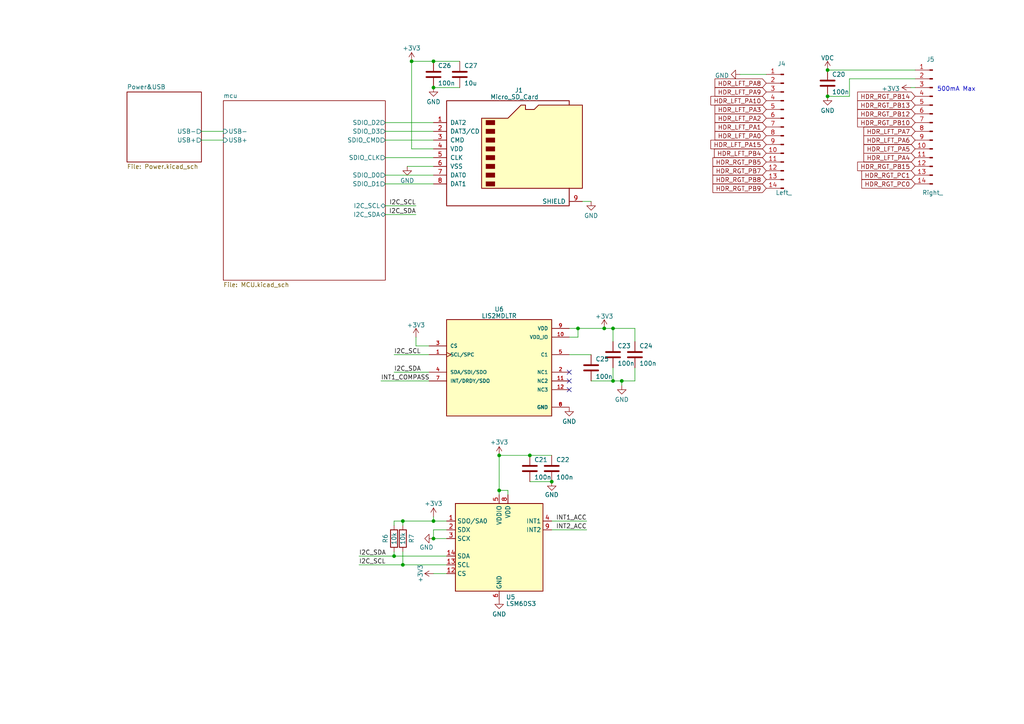
<source format=kicad_sch>
(kicad_sch (version 20230121) (generator eeschema)
  (paper "A4")
  (lib_symbols
    (symbol "AREA_composant:LIS2MDLTR" (pin_names (offset 1.016))
      (property "Reference" "U" (at -15.24 13.97 0))
      (property "Value" "LIS2MDLTR" (at -15.24 -17.78 0))
      (symbol "LIS2MDLTR_0_0"
        (rectangle (start -15.24 -15.24) (end 15.24 12.7) (stroke (width 0.254)) (fill (type background)))
        (pin input clock (at -20.32 2.54 0) (length 5.08) (name "SCL/SPC") (number "1"))
        (pin power_in line (at 20.32 7.62 180) (length 5.08) (name "VDD_IO") (number "10"))
        (pin passive line (at 20.32 -5.08 180) (length 5.08) (name "NC2") (number "11"))
        (pin passive line (at 20.32 -7.62 180) (length 5.08) (name "NC3") (number "12"))
        (pin passive line (at 20.32 -2.54 180) (length 5.08) (name "NC1") (number "2"))
        (pin input line (at -20.32 5.08 0) (length 5.08) (name "CS") (number "3"))
        (pin bidirectional line (at -20.32 -2.54 0) (length 5.08) (name "SDA/SDI/SDO") (number "4"))
        (pin passive line (at 20.32 2.54 180) (length 5.08) (name "C1") (number "5"))
        (pin power_in line (at 20.32 -12.7 180) (length 5.08) (name "GND") (number "6"))
        (pin bidirectional line (at -20.32 -5.08 0) (length 5.08) (name "INT/DRDY/SDO") (number "7"))
        (pin power_in line (at 20.32 -12.7 180) (length 5.08) (name "GND") (number "8"))
        (pin power_in line (at 20.32 10.16 180) (length 5.08) (name "VDD") (number "9"))
      )
    )
    (symbol "Connector:Conn_01x14_Pin" (pin_names (offset 1.016) hide)
      (property "Reference" "J" (at 0 17.78 0))
      (property "Value" "Conn_01x14_Pin" (at 0 -20.32 0))
      (symbol "Conn_01x14_Pin_1_1"
        (polyline (pts (xy 1.27 -17.78) (xy 0.8636 -17.78)) (stroke (width 0.1524)))
        (polyline (pts (xy 1.27 -15.24) (xy 0.8636 -15.24)) (stroke (width 0.1524)))
        (polyline (pts (xy 1.27 -12.7) (xy 0.8636 -12.7)) (stroke (width 0.1524)))
        (polyline (pts (xy 1.27 -10.16) (xy 0.8636 -10.16)) (stroke (width 0.1524)))
        (polyline (pts (xy 1.27 -7.62) (xy 0.8636 -7.62)) (stroke (width 0.1524)))
        (polyline (pts (xy 1.27 -5.08) (xy 0.8636 -5.08)) (stroke (width 0.1524)))
        (polyline (pts (xy 1.27 -2.54) (xy 0.8636 -2.54)) (stroke (width 0.1524)))
        (polyline (pts (xy 1.27 0) (xy 0.8636 0)) (stroke (width 0.1524)))
        (polyline (pts (xy 1.27 2.54) (xy 0.8636 2.54)) (stroke (width 0.1524)))
        (polyline (pts (xy 1.27 5.08) (xy 0.8636 5.08)) (stroke (width 0.1524)))
        (polyline (pts (xy 1.27 7.62) (xy 0.8636 7.62)) (stroke (width 0.1524)))
        (polyline (pts (xy 1.27 10.16) (xy 0.8636 10.16)) (stroke (width 0.1524)))
        (polyline (pts (xy 1.27 12.7) (xy 0.8636 12.7)) (stroke (width 0.1524)))
        (polyline (pts (xy 1.27 15.24) (xy 0.8636 15.24)) (stroke (width 0.1524)))
        (rectangle (start 0.8636 -17.653) (end 0 -17.907) (stroke (width 0.1524)) (fill (type outline)))
        (rectangle (start 0.8636 -15.113) (end 0 -15.367) (stroke (width 0.1524)) (fill (type outline)))
        (rectangle (start 0.8636 -12.573) (end 0 -12.827) (stroke (width 0.1524)) (fill (type outline)))
        (rectangle (start 0.8636 -10.033) (end 0 -10.287) (stroke (width 0.1524)) (fill (type outline)))
        (rectangle (start 0.8636 -7.493) (end 0 -7.747) (stroke (width 0.1524)) (fill (type outline)))
        (rectangle (start 0.8636 -4.953) (end 0 -5.207) (stroke (width 0.1524)) (fill (type outline)))
        (rectangle (start 0.8636 -2.413) (end 0 -2.667) (stroke (width 0.1524)) (fill (type outline)))
        (rectangle (start 0.8636 0.127) (end 0 -0.127) (stroke (width 0.1524)) (fill (type outline)))
        (rectangle (start 0.8636 2.667) (end 0 2.413) (stroke (width 0.1524)) (fill (type outline)))
        (rectangle (start 0.8636 5.207) (end 0 4.953) (stroke (width 0.1524)) (fill (type outline)))
        (rectangle (start 0.8636 7.747) (end 0 7.493) (stroke (width 0.1524)) (fill (type outline)))
        (rectangle (start 0.8636 10.287) (end 0 10.033) (stroke (width 0.1524)) (fill (type outline)))
        (rectangle (start 0.8636 12.827) (end 0 12.573) (stroke (width 0.1524)) (fill (type outline)))
        (rectangle (start 0.8636 15.367) (end 0 15.113) (stroke (width 0.1524)) (fill (type outline)))
        (pin passive line (at 5.08 15.24 180) (length 3.81) (name "Pin_1") (number "1"))
        (pin passive line (at 5.08 -7.62 180) (length 3.81) (name "Pin_10") (number "10"))
        (pin passive line (at 5.08 -10.16 180) (length 3.81) (name "Pin_11") (number "11"))
        (pin passive line (at 5.08 -12.7 180) (length 3.81) (name "Pin_12") (number "12"))
        (pin passive line (at 5.08 -15.24 180) (length 3.81) (name "Pin_13") (number "13"))
        (pin passive line (at 5.08 -17.78 180) (length 3.81) (name "Pin_14") (number "14"))
        (pin passive line (at 5.08 12.7 180) (length 3.81) (name "Pin_2") (number "2"))
        (pin passive line (at 5.08 10.16 180) (length 3.81) (name "Pin_3") (number "3"))
        (pin passive line (at 5.08 7.62 180) (length 3.81) (name "Pin_4") (number "4"))
        (pin passive line (at 5.08 5.08 180) (length 3.81) (name "Pin_5") (number "5"))
        (pin passive line (at 5.08 2.54 180) (length 3.81) (name "Pin_6") (number "6"))
        (pin passive line (at 5.08 0 180) (length 3.81) (name "Pin_7") (number "7"))
        (pin passive line (at 5.08 -2.54 180) (length 3.81) (name "Pin_8") (number "8"))
        (pin passive line (at 5.08 -5.08 180) (length 3.81) (name "Pin_9") (number "9"))
      )
    )
    (symbol "Connector:Micro_SD_Card" (pin_names (offset 1.016))
      (property "Reference" "J" (at -16.51 15.24 0))
      (property "Value" "Micro_SD_Card" (at 16.51 15.24 0))
      (symbol "Micro_SD_Card_0_1"
        (rectangle (start -7.62 -9.525) (end -5.08 -10.795) (fill (type outline)))
        (rectangle (start -7.62 -6.985) (end -5.08 -8.255) (fill (type outline)))
        (rectangle (start -7.62 -4.445) (end -5.08 -5.715) (fill (type outline)))
        (rectangle (start -7.62 -1.905) (end -5.08 -3.175) (fill (type outline)))
        (rectangle (start -7.62 0.635) (end -5.08 -0.635) (fill (type outline)))
        (rectangle (start -7.62 3.175) (end -5.08 1.905) (fill (type outline)))
        (rectangle (start -7.62 5.715) (end -5.08 4.445) (fill (type outline)))
        (rectangle (start -7.62 8.255) (end -5.08 6.985) (fill (type outline)))
        (polyline (pts (xy 16.51 12.7) (xy 16.51 13.97) (xy -19.05 13.97) (xy -19.05 -16.51) (xy 16.51 -16.51) (xy 16.51 -11.43)) (stroke (width 0.254)))
        (polyline (pts (xy -8.89 -11.43) (xy -8.89 8.89) (xy -1.27 8.89) (xy 2.54 12.7) (xy 3.81 12.7) (xy 3.81 11.43) (xy 6.35 11.43) (xy 7.62 12.7) (xy 20.32 12.7) (xy 20.32 -11.43) (xy -8.89 -11.43)) (stroke (width 0.254)) (fill (type background)))
      )
      (symbol "Micro_SD_Card_1_1"
        (pin bidirectional line (at -22.86 7.62 0) (length 3.81) (name "DAT2") (number "1"))
        (pin bidirectional line (at -22.86 5.08 0) (length 3.81) (name "DAT3/CD") (number "2"))
        (pin input line (at -22.86 2.54 0) (length 3.81) (name "CMD") (number "3"))
        (pin power_in line (at -22.86 0 0) (length 3.81) (name "VDD") (number "4"))
        (pin input line (at -22.86 -2.54 0) (length 3.81) (name "CLK") (number "5"))
        (pin power_in line (at -22.86 -5.08 0) (length 3.81) (name "VSS") (number "6"))
        (pin bidirectional line (at -22.86 -7.62 0) (length 3.81) (name "DAT0") (number "7"))
        (pin bidirectional line (at -22.86 -10.16 0) (length 3.81) (name "DAT1") (number "8"))
        (pin passive line (at 20.32 -15.24 180) (length 3.81) (name "SHIELD") (number "9"))
      )
    )
    (symbol "Device:C" (pin_numbers hide) (pin_names (offset 0.254))
      (property "Reference" "C" (at 0.635 2.54 0))
      (property "Value" "C" (at 0.635 -2.54 0))
      (symbol "C_0_1"
        (polyline (pts (xy -2.032 -0.762) (xy 2.032 -0.762)) (stroke (width 0.508)))
        (polyline (pts (xy -2.032 0.762) (xy 2.032 0.762)) (stroke (width 0.508)))
      )
      (symbol "C_1_1"
        (pin passive line (at 0 3.81 270) (length 2.794) (name "~") (number "1"))
        (pin passive line (at 0 -3.81 90) (length 2.794) (name "~") (number "2"))
      )
    )
    (symbol "Device:R" (pin_numbers hide) (pin_names (offset 0))
      (property "Reference" "R" (at 2.032 0 90))
      (property "Value" "R" (at 0 0 90))
      (symbol "R_0_1"
        (rectangle (start -1.016 -2.54) (end 1.016 2.54) (stroke (width 0.254)))
      )
      (symbol "R_1_1"
        (pin passive line (at 0 3.81 270) (length 1.27) (name "~") (number "1"))
        (pin passive line (at 0 -3.81 90) (length 1.27) (name "~") (number "2"))
      )
    )
    (symbol "Sensor_Motion:LSM6DS3"
      (property "Reference" "U" (at -11.43 15.24 0))
      (property "Value" "LSM6DS3" (at -11.43 12.7 0))
      (symbol "LSM6DS3_0_1"
        (rectangle (start -12.7 12.7) (end 12.7 -12.7) (stroke (width 0.254)) (fill (type background)))
      )
      (symbol "LSM6DS3_1_1"
        (pin bidirectional line (at -15.24 7.62 0) (length 2.54) (name "SDO/SA0") (number "1"))
        (pin no_connect line (at 12.7 -5.08 180) (length 3.81) hide (name "NC") (number "10"))
        (pin no_connect line (at 12.7 -2.54 180) (length 3.81) hide (name "NC") (number "11"))
        (pin input line (at -15.24 -7.62 0) (length 2.54) (name "CS") (number "12"))
        (pin input line (at -15.24 -5.08 0) (length 2.54) (name "SCL") (number "13"))
        (pin bidirectional line (at -15.24 -2.54 0) (length 2.54) (name "SDA") (number "14"))
        (pin bidirectional line (at -15.24 5.08 0) (length 2.54) (name "SDX") (number "2"))
        (pin input line (at -15.24 2.54 0) (length 2.54) (name "SCX") (number "3"))
        (pin output line (at 15.24 7.62 180) (length 2.54) (name "INT1") (number "4"))
        (pin power_in line (at 0 15.24 270) (length 2.54) (name "VDDIO") (number "5"))
        (pin power_in line (at 0 -15.24 90) (length 2.54) (name "GND") (number "6"))
        (pin passive line (at 0 -15.24 90) (length 2.54) hide (name "GND") (number "7"))
        (pin power_in line (at 2.54 15.24 270) (length 2.54) (name "VDD") (number "8"))
        (pin output line (at 15.24 5.08 180) (length 2.54) (name "INT2") (number "9"))
      )
    )
    (symbol "power:+3V3" (power) (pin_names (offset 0))
      (property "Value" "+3V3" (at 0 3.556 0))
      (symbol "+3V3_0_1"
        (polyline (pts (xy -0.762 1.27) (xy 0 2.54)))
        (polyline (pts (xy 0 0) (xy 0 2.54)))
        (polyline (pts (xy 0 2.54) (xy 0.762 1.27)))
      )
      (symbol "+3V3_1_1"
        (pin power_in line (at 0 0 90) (length 0) hide (name "+3V3") (number "1"))
      )
    )
    (symbol "power:GND" (power) (pin_names (offset 0))
      (property "Value" "GND" (at 0 -3.81 0))
      (symbol "GND_0_1"
        (polyline (pts (xy 0 0) (xy 0 -1.27) (xy 1.27 -1.27) (xy 0 -2.54) (xy -1.27 -1.27) (xy 0 -1.27)))
      )
      (symbol "GND_1_1"
        (pin power_in line (at 0 0 270) (length 0) hide (name "GND") (number "1"))
      )
    )
    (symbol "power:VDC" (power) (pin_names (offset 0))
      (property "Value" "VDC" (at 0 6.35 0))
      (symbol "VDC_0_1"
        (polyline (pts (xy -0.762 1.27) (xy 0 2.54)))
        (polyline (pts (xy 0 0) (xy 0 2.54)))
        (polyline (pts (xy 0 2.54) (xy 0.762 1.27)))
      )
      (symbol "VDC_1_1"
        (pin power_in line (at 0 0 90) (length 0) hide (name "VDC") (number "1"))
      )
    )
  )
  (junction (at 177.8 110.49))
  (junction (at 116.84 163.83))
  (junction (at 240.03 27.94))
  (junction (at 180.34 110.49))
  (junction (at 116.84 151.13))
  (junction (at 175.26 95.25))
  (junction (at 114.3 161.29))
  (junction (at 160.02 139.7))
  (junction (at 144.78 142.24))
  (junction (at 125.73 151.13))
  (junction (at 167.64 95.25))
  (junction (at 144.78 132.08))
  (junction (at 125.73 25.4))
  (junction (at 177.8 95.25))
  (junction (at 125.73 156.21))
  (junction (at 119.38 17.78))
  (junction (at 125.73 17.78))
  (junction (at 153.67 132.08))
  (junction (at 240.03 20.32))
  (no_connect (at 165.1 107.95))
  (no_connect (at 165.1 110.49))
  (no_connect (at 165.1 113.03))
  (wire (pts (xy 111.76 35.56) (xy 125.73 35.56)))
  (wire (pts (xy 184.15 95.25) (xy 177.8 95.25)))
  (wire (pts (xy 168.91 58.42) (xy 171.45 58.42)))
  (wire (pts (xy 246.38 22.86) (xy 246.38 27.94)))
  (wire (pts (xy 153.67 132.08) (xy 160.02 132.08)))
  (wire (pts (xy 129.54 156.21) (xy 125.73 156.21)))
  (wire (pts (xy 180.34 110.49) (xy 184.15 110.49)))
  (wire (pts (xy 111.76 45.72) (xy 125.73 45.72)))
  (wire (pts (xy 165.1 102.87) (xy 171.45 102.87)))
  (wire (pts (xy 104.14 163.83) (xy 116.84 163.83)))
  (wire (pts (xy 167.64 95.25) (xy 175.26 95.25)))
  (wire (pts (xy 184.15 99.06) (xy 184.15 95.25)))
  (wire (pts (xy 125.73 153.67) (xy 129.54 153.67)))
  (wire (pts (xy 240.03 20.32) (xy 265.43 20.32)))
  (wire (pts (xy 114.3 160.02) (xy 114.3 161.29)))
  (wire (pts (xy 111.76 62.23) (xy 120.65 62.23)))
  (wire (pts (xy 125.73 149.86) (xy 125.73 151.13)))
  (wire (pts (xy 153.67 139.7) (xy 160.02 139.7)))
  (wire (pts (xy 147.32 142.24) (xy 144.78 142.24)))
  (wire (pts (xy 114.3 107.95) (xy 124.46 107.95)))
  (wire (pts (xy 120.65 97.79) (xy 120.65 100.33)))
  (wire (pts (xy 125.73 17.78) (xy 133.35 17.78)))
  (wire (pts (xy 119.38 17.78) (xy 119.38 43.18)))
  (wire (pts (xy 125.73 25.4) (xy 133.35 25.4)))
  (wire (pts (xy 180.34 111.76) (xy 180.34 110.49)))
  (wire (pts (xy 114.3 102.87) (xy 124.46 102.87)))
  (wire (pts (xy 171.45 110.49) (xy 177.8 110.49)))
  (wire (pts (xy 147.32 143.51) (xy 147.32 142.24)))
  (wire (pts (xy 177.8 95.25) (xy 175.26 95.25)))
  (wire (pts (xy 222.25 21.59) (xy 214.63 21.59)))
  (wire (pts (xy 184.15 110.49) (xy 184.15 106.68)))
  (wire (pts (xy 119.38 17.78) (xy 125.73 17.78)))
  (wire (pts (xy 165.1 95.25) (xy 167.64 95.25)))
  (wire (pts (xy 116.84 151.13) (xy 125.73 151.13)))
  (wire (pts (xy 114.3 151.13) (xy 116.84 151.13)))
  (wire (pts (xy 116.84 160.02) (xy 116.84 163.83)))
  (wire (pts (xy 58.42 40.64) (xy 64.77 40.64)))
  (wire (pts (xy 165.1 97.79) (xy 167.64 97.79)))
  (wire (pts (xy 111.76 40.64) (xy 125.73 40.64)))
  (wire (pts (xy 177.8 110.49) (xy 177.8 106.68)))
  (wire (pts (xy 125.73 166.37) (xy 129.54 166.37)))
  (wire (pts (xy 125.73 153.67) (xy 125.73 156.21)))
  (wire (pts (xy 116.84 152.4) (xy 116.84 151.13)))
  (wire (pts (xy 144.78 132.08) (xy 144.78 142.24)))
  (wire (pts (xy 125.73 43.18) (xy 119.38 43.18)))
  (wire (pts (xy 167.64 97.79) (xy 167.64 95.25)))
  (wire (pts (xy 116.84 163.83) (xy 129.54 163.83)))
  (wire (pts (xy 114.3 161.29) (xy 129.54 161.29)))
  (wire (pts (xy 58.42 38.1) (xy 64.77 38.1)))
  (wire (pts (xy 177.8 95.25) (xy 177.8 99.06)))
  (wire (pts (xy 124.46 110.49) (xy 110.49 110.49)))
  (wire (pts (xy 144.78 132.08) (xy 153.67 132.08)))
  (wire (pts (xy 111.76 38.1) (xy 125.73 38.1)))
  (wire (pts (xy 246.38 27.94) (xy 240.03 27.94)))
  (wire (pts (xy 124.46 100.33) (xy 120.65 100.33)))
  (wire (pts (xy 144.78 142.24) (xy 144.78 143.51)))
  (wire (pts (xy 118.11 48.26) (xy 125.73 48.26)))
  (wire (pts (xy 104.14 161.29) (xy 114.3 161.29)))
  (wire (pts (xy 114.3 152.4) (xy 114.3 151.13)))
  (wire (pts (xy 177.8 110.49) (xy 180.34 110.49)))
  (wire (pts (xy 264.16 25.4) (xy 265.43 25.4)))
  (wire (pts (xy 111.76 50.8) (xy 125.73 50.8)))
  (wire (pts (xy 111.76 59.69) (xy 120.65 59.69)))
  (wire (pts (xy 246.38 22.86) (xy 265.43 22.86)))
  (wire (pts (xy 129.54 151.13) (xy 125.73 151.13)))
  (wire (pts (xy 111.76 53.34) (xy 125.73 53.34)))
  (wire (pts (xy 160.02 153.67) (xy 170.18 153.67)))
  (wire (pts (xy 160.02 151.13) (xy 170.18 151.13)))
  (text "500mA Max" (at 271.78 26.67 0) (effects (font (size 1.27 1.27)) (justify left bottom)))
  (label "I2C_SCL" (at 104.14 163.83 0))
  (label "I2C_SCL" (at 120.65 59.69 180))
  (label "I2C_SDA" (at 114.3 107.95 0))
  (label "I2C_SDA" (at 120.65 62.23 180))
  (label "I2C_SCL" (at 114.3 102.87 0))
  (label "INT1_COMPASS" (at 110.49 110.49 0))
  (label "INT1_ACC" (at 170.18 151.13 180))
  (label "INT2_ACC" (at 170.18 153.67 180))
  (label "I2C_SDA" (at 104.14 161.29 0))
  (global_label "HDR_LFT_PA15" (shape input) (at 222.25 41.91 180) (property "Intersheetrefs" "${INTERSHEET_REFS}" (effects hide)))
  (global_label "HDR_RGT_PB12" (shape input) (at 265.43 33.02 180) (property "Intersheetrefs" "${INTERSHEET_REFS}" (effects hide)))
  (global_label "HDR_LFT_PB4" (shape input) (at 222.25 44.45 180) (property "Intersheetrefs" "${INTERSHEET_REFS}" (effects hide)))
  (global_label "HDR_RGT_PB7" (shape input) (at 222.25 49.53 180) (property "Intersheetrefs" "${INTERSHEET_REFS}" (effects hide)))
  (global_label "HDR_LFT_PA6" (shape input) (at 265.43 40.64 180) (property "Intersheetrefs" "${INTERSHEET_REFS}" (effects hide)))
  (global_label "HDR_RGT_PB5" (shape input) (at 222.25 46.99 180) (property "Intersheetrefs" "${INTERSHEET_REFS}" (effects hide)))
  (global_label "HDR_LFT_PA9" (shape input) (at 222.25 26.67 180) (property "Intersheetrefs" "${INTERSHEET_REFS}" (effects hide)))
  (global_label "HDR_RGT_PC0" (shape input) (at 265.43 53.34 180) (property "Intersheetrefs" "${INTERSHEET_REFS}" (effects hide)))
  (global_label "HDR_RGT_PC1" (shape input) (at 265.43 50.8 180) (property "Intersheetrefs" "${INTERSHEET_REFS}" (effects hide)))
  (global_label "HDR_LFT_PA4" (shape input) (at 265.43 45.72 180) (property "Intersheetrefs" "${INTERSHEET_REFS}" (effects hide)))
  (global_label "HDR_LFT_PA8" (shape input) (at 222.25 24.13 180) (property "Intersheetrefs" "${INTERSHEET_REFS}" (effects hide)))
  (global_label "HDR_RGT_PB13" (shape input) (at 265.43 30.48 180) (property "Intersheetrefs" "${INTERSHEET_REFS}" (effects hide)))
  (global_label "HDR_LFT_PA7" (shape input) (at 265.43 38.1 180) (property "Intersheetrefs" "${INTERSHEET_REFS}" (effects hide)))
  (global_label "HDR_RGT_PB15" (shape input) (at 265.43 48.26 180) (property "Intersheetrefs" "${INTERSHEET_REFS}" (effects hide)))
  (global_label "HDR_LFT_PA10" (shape input) (at 222.25 29.21 180) (property "Intersheetrefs" "${INTERSHEET_REFS}" (effects hide)))
  (global_label "HDR_LFT_PA1" (shape input) (at 222.25 36.83 180) (property "Intersheetrefs" "${INTERSHEET_REFS}" (effects hide)))
  (global_label "HDR_RGT_PB9" (shape input) (at 222.25 54.61 180) (property "Intersheetrefs" "${INTERSHEET_REFS}" (effects hide)))
  (global_label "HDR_LFT_PA3" (shape input) (at 222.25 31.75 180) (property "Intersheetrefs" "${INTERSHEET_REFS}" (effects hide)))
  (global_label "HDR_LFT_PA2" (shape input) (at 222.25 34.29 180) (property "Intersheetrefs" "${INTERSHEET_REFS}" (effects hide)))
  (global_label "HDR_LFT_PA0" (shape input) (at 222.25 39.37 180) (property "Intersheetrefs" "${INTERSHEET_REFS}" (effects hide)))
  (global_label "HDR_RGT_PB10" (shape input) (at 265.43 35.56 180) (property "Intersheetrefs" "${INTERSHEET_REFS}" (effects hide)))
  (global_label "HDR_RGT_PB14" (shape input) (at 265.43 27.94 180) (property "Intersheetrefs" "${INTERSHEET_REFS}" (effects hide)))
  (global_label "HDR_RGT_PB8" (shape input) (at 222.25 52.07 180) (property "Intersheetrefs" "${INTERSHEET_REFS}" (effects hide)))
  (global_label "HDR_LFT_PA5" (shape input) (at 265.43 43.18 180) (property "Intersheetrefs" "${INTERSHEET_REFS}" (effects hide)))
  (symbol (lib_id "Device:C") (at 153.67 135.89 0) (unit 1)
    (property "Reference" "C21" (at 154.94 133.35 0) (effects (justify left)))
    (property "Value" "100n" (at 154.94 138.43 0) (effects (justify left)))
    (property "Footprint" "Capacitor_SMD:C_0603_1608Metric" (effects hide))
  )
  (symbol (lib_id "Connector:Conn_01x14_Pin") (at 227.33 36.83 0) (mirror y) (unit 1)
    (property "Reference" "J4" (at 226.695 18.5039 0))
    (property "Value" "Left_" (at 227.33 55.88 0))
    (property "Footprint" "Connector_PinHeader_2.54mm:PinHeader_1x14_P2.54mm_Vertical" (effects hide))
  )
  (symbol (lib_id "Connector:Conn_01x14_Pin") (at 270.51 35.56 0) (mirror y) (unit 1)
    (property "Reference" "J5" (at 269.875 17.2339 0))
    (property "Value" "Right_" (at 270.51 55.88 0))
    (property "Footprint" "Connector_PinHeader_2.54mm:PinHeader_1x14_P2.54mm_Vertical" (effects hide))
  )
  (symbol (lib_id "power:GND") (at 214.63 21.59 270) (mirror x) (unit 1)
    (property "Reference" "#PWR027" (effects hide))
    (property "Value" "GND" (at 211.4551 21.9068 90) (effects (justify right)))
  )
  (symbol (lib_id "Device:C") (at 125.73 21.59 0) (unit 1)
    (property "Reference" "C26" (at 127 19.05 0) (effects (justify left)))
    (property "Value" "100n" (at 127 24.13 0) (effects (justify left)))
    (property "Footprint" "Capacitor_SMD:C_0603_1608Metric" (effects hide))
  )
  (symbol (lib_id "Device:C") (at 160.02 135.89 0) (unit 1)
    (property "Reference" "C22" (at 161.29 133.35 0) (effects (justify left)))
    (property "Value" "100n" (at 161.29 138.43 0) (effects (justify left)))
    (property "Footprint" "Capacitor_SMD:C_0603_1608Metric" (effects hide))
  )
  (symbol (lib_id "Connector:Micro_SD_Card") (at 148.59 43.18 0) (unit 1)
    (property "Reference" "J1" (at 150.495 26.2001 0))
    (property "Value" "Micro_SD_Card" (at 149.225 28.1211 0))
    (property "Footprint" "Connector_Card:microSD_HC_Molex_104031-0811" (effects hide))
    (property "Datasheet" "http://katalog.we-online.de/em/datasheet/693072010801.pdf" (effects hide))
  )
  (symbol (lib_id "power:GND") (at 240.03 27.94 0) (mirror y) (unit 1)
    (property "Reference" "#PWR032" (effects hide))
    (property "Value" "GND" (at 240.03 32.0755 0))
  )
  (symbol (lib_id "power:+3V3") (at 264.16 25.4 90) (unit 1)
    (property "Reference" "#PWR033" (effects hide))
    (property "Value" "+3V3" (at 260.985 25.7168 90) (effects (justify left)))
  )
  (symbol (lib_id "power:GND") (at 118.11 48.26 0) (unit 1)
    (property "Reference" "#PWR028" (effects hide))
    (property "Value" "GND" (at 118.11 52.3955 0))
  )
  (symbol (lib_id "power:GND") (at 171.45 58.42 0) (unit 1)
    (property "Reference" "#PWR029" (effects hide))
    (property "Value" "GND" (at 171.45 62.5555 0))
  )
  (symbol (lib_id "power:+3V3") (at 175.26 95.25 0) (unit 1)
    (property "Reference" "#PWR036" (effects hide))
    (property "Value" "+3V3" (at 175.26 91.7481 0))
  )
  (symbol (lib_id "AREA_composant:LIS2MDLTR") (at 144.78 105.41 0) (unit 1)
    (property "Reference" "U6" (at 144.78 89.7001 0))
    (property "Value" "LIS2MDLTR" (at 144.78 91.6211 0))
    (property "Footprint" "AREA_lib_composant:PQFN50P200X200X70-12N" (effects hide))
    (property "MF" "STMicroelectronics" (effects hide))
    (property "MAXIMUM_PACKAGE_HEIGHT" "0.7 mm" (effects hide))
    (property "Package" "WFLGA-12 STMicroelectronics" (effects hide))
    (property "Price" "None" (effects hide))
    (property "Check_prices" "https://www.snapeda.com/parts/LIS2MDLTR/STMicroelectronics/view-part/?ref=eda" (effects hide))
    (property "STANDARD" "IPC 7351B" (effects hide))
    (property "PARTREV" "Rev 5" (effects hide))
    (property "SnapEDA_Link" "https://www.snapeda.com/parts/LIS2MDLTR/STMicroelectronics/view-part/?ref=snap" (effects hide))
    (property "MP" "LIS2MDLTR" (effects hide))
    (property "Purchase-URL" "https://pricing.snapeda.com/search?q=LIS2MDLTR&ref=eda" (effects hide))
    (property "Description" "\nMagnetoresistive Sensor X, Y, Z Axis 12-LGA (2x2)\n" (effects hide))
    (property "Availability" "In Stock" (effects hide))
    (property "MANUFACTURER" "STMicroelectronics" (effects hide))
  )
  (symbol (lib_id "power:GND") (at 125.73 156.21 270) (unit 1)
    (property "Reference" "#PWR041" (effects hide))
    (property "Value" "GND" (at 125.73 158.75 90) (effects (justify right)))
  )
  (symbol (lib_id "Device:C") (at 177.8 102.87 0) (unit 1)
    (property "Reference" "C23" (at 179.07 100.33 0) (effects (justify left)))
    (property "Value" "100n" (at 179.07 105.41 0) (effects (justify left)))
    (property "Footprint" "Capacitor_SMD:C_0603_1608Metric" (effects hide))
  )
  (symbol (lib_id "power:+3V3") (at 125.73 149.86 0) (unit 1)
    (property "Reference" "#PWR043" (effects hide))
    (property "Value" "+3V3" (at 125.73 146.05 0))
  )
  (symbol (lib_id "Device:C") (at 184.15 102.87 0) (unit 1)
    (property "Reference" "C24" (at 185.42 100.33 0) (effects (justify left)))
    (property "Value" "100n" (at 185.42 105.41 0) (effects (justify left)))
    (property "Footprint" "Capacitor_SMD:C_0603_1608Metric" (effects hide))
  )
  (symbol (lib_id "power:+3V3") (at 119.38 17.78 0) (unit 1)
    (property "Reference" "#PWR046" (effects hide))
    (property "Value" "+3V3" (at 119.38 13.97 0))
  )
  (symbol (lib_id "power:GND") (at 160.02 139.7 0) (unit 1)
    (property "Reference" "#PWR040" (effects hide))
    (property "Value" "GND" (at 160.02 143.51 0))
  )
  (symbol (lib_id "power:GND") (at 144.78 173.99 0) (unit 1)
    (property "Reference" "#PWR039" (effects hide))
    (property "Value" "GND" (at 144.78 178.1255 0))
  )
  (symbol (lib_id "Device:R") (at 114.3 156.21 180) (unit 1)
    (property "Reference" "R6" (at 111.76 156.21 90))
    (property "Value" "10k" (at 114.3 156.21 90))
    (property "Footprint" "Resistor_SMD:R_0603_1608Metric" (effects hide))
  )
  (symbol (lib_id "Device:C") (at 240.03 24.13 0) (unit 1)
    (property "Reference" "C20" (at 241.3 21.59 0) (effects (justify left)))
    (property "Value" "100n" (at 241.3 26.67 0) (effects (justify left)))
    (property "Footprint" "Capacitor_SMD:C_0603_1608Metric" (effects hide))
  )
  (symbol (lib_id "power:+3V3") (at 120.65 97.79 0) (unit 1)
    (property "Reference" "#PWR044" (effects hide))
    (property "Value" "+3V3" (at 120.65 94.2881 0))
  )
  (symbol (lib_id "Device:R") (at 116.84 156.21 0) (unit 1)
    (property "Reference" "R7" (at 119.38 156.21 90))
    (property "Value" "10k" (at 116.84 156.21 90))
    (property "Footprint" "Resistor_SMD:R_0603_1608Metric" (effects hide))
  )
  (symbol (lib_id "power:VDC") (at 240.03 20.32 0) (unit 1)
    (property "Reference" "#PWR031" (effects hide))
    (property "Value" "VDC" (at 240.03 16.8181 0))
  )
  (symbol (lib_id "power:+3V3") (at 144.78 132.08 0) (unit 1)
    (property "Reference" "#PWR037" (effects hide))
    (property "Value" "+3V3" (at 144.78 128.27 0))
  )
  (symbol (lib_id "Sensor_Motion:LSM6DS3") (at 144.78 158.75 0) (unit 1)
    (property "Reference" "U5" (at 146.7359 173.1725 0) (effects (justify left)))
    (property "Value" "LSM6DS3" (at 146.7359 175.0935 0) (effects (justify left)))
    (property "Footprint" "Package_LGA:LGA-14_3x2.5mm_P0.5mm_LayoutBorder3x4y" (effects hide))
    (property "Datasheet" "https://www.st.com/resource/en/datasheet/lsm6ds3tr-c.pdf" (effects hide))
  )
  (symbol (lib_id "power:GND") (at 165.1 118.11 0) (unit 1)
    (property "Reference" "#PWR038" (effects hide))
    (property "Value" "GND" (at 165.1 122.2455 0))
  )
  (symbol (lib_id "power:GND") (at 180.34 111.76 0) (unit 1)
    (property "Reference" "#PWR035" (effects hide))
    (property "Value" "GND" (at 180.34 115.8955 0))
  )
  (symbol (lib_id "Device:C") (at 171.45 106.68 0) (unit 1)
    (property "Reference" "C25" (at 172.72 104.14 0) (effects (justify left)))
    (property "Value" "100n" (at 172.72 109.22 0) (effects (justify left)))
    (property "Footprint" "Capacitor_SMD:C_0603_1608Metric" (effects hide))
  )
  (symbol (lib_id "power:+3V3") (at 125.73 166.37 90) (unit 1)
    (property "Reference" "#PWR042" (effects hide))
    (property "Value" "+3V3" (at 121.92 166.37 0))
  )
  (symbol (lib_id "power:GND") (at 125.73 25.4 0) (unit 1)
    (property "Reference" "#PWR045" (effects hide))
    (property "Value" "GND" (at 125.73 29.5355 0))
  )
  (symbol (lib_id "Device:C") (at 133.35 21.59 0) (unit 1)
    (property "Reference" "C27" (at 134.62 19.05 0) (effects (justify left)))
    (property "Value" "10u" (at 134.62 24.13 0) (effects (justify left)))
    (property "Footprint" "Capacitor_SMD:C_0603_1608Metric" (effects hide))
  )
  (sheet (at 36.83 26.67) (size 21.59 20.32) (stroke (width 0.1524))
    (property "Sheetname" "Power&USB" (at 36.83 25.9584 0) (effects (justify left bottom)))
    (property "Sheetfile" "Power.kicad_sch" (at 36.83 47.5746 0) (effects (justify left top)))
    (pin "USB-" output (at 58.42 38.1 0))
    (pin "USB+" output (at 58.42 40.64 0))
  )
  (sheet (at 64.77 29.21) (size 46.99 52.07) (stroke (width 0.1524))
    (property "Sheetname" "mcu" (at 64.77 28.4984 0) (effects (justify left bottom)))
    (property "Sheetfile" "MCU.kicad_sch" (at 64.77 81.8646 0) (effects (justify left top)))
    (pin "SDIO_CLK" output (at 111.76 45.72 0))
    (pin "SDIO_D3" output (at 111.76 38.1 0))
    (pin "SDIO_D1" output (at 111.76 53.34 0))
    (pin "SDIO_D0" output (at 111.76 50.8 0))
    (pin "USB-" input (at 64.77 38.1 180))
    (pin "USB+" input (at 64.77 40.64 180))
    (pin "SDIO_CMD" output (at 111.76 40.64 0))
    (pin "I2C_SCL" bidirectional (at 111.76 59.69 0))
    (pin "I2C_SDA" bidirectional (at 111.76 62.23 0))
    (pin "SDIO_D2" output (at 111.76 35.56 0))
  )
)
</source>
